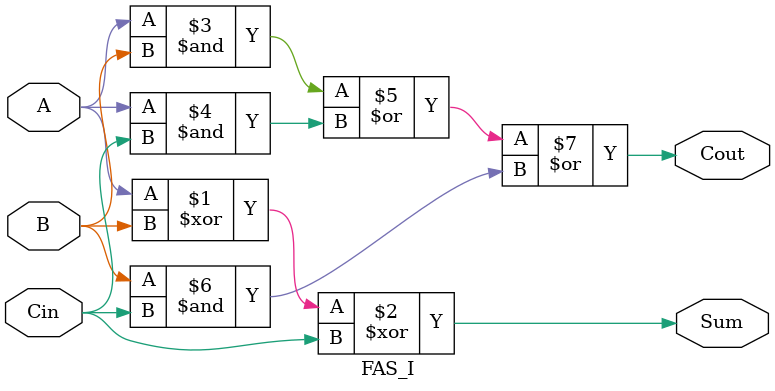
<source format=v>
`timescale 1ns / 1ps
module FAS(A,B,S,Sum,Cout
    );
input [7:0]A,B;
input S;
output [7:0]Sum;
output Cout;
wire [6:0]C;
wire [7:0]z;

assign z[0] = B[0]^S;
assign z[1] = B[1]^S;
assign z[2] = B[2]^S;
assign z[3] = B[3]^S;
assign z[4] = B[4]^S;
assign z[5] = B[5]^S;
assign z[6] = B[6]^S;
assign z[7] = B[7]^S;
FAS_I F0 (A[0],z[0],S,Sum[0],C[0]);
FAS_I F1 (A[1],z[1],C[0],Sum[1],C[1]);
FAS_I F2 (A[2],z[2],C[1],Sum[2],C[2]);
FAS_I F3 (A[3],z[3],C[2],Sum[3],C[3]);
FAS_I F4 (A[4],z[4],C[3],Sum[4],C[4]);
FAS_I F5 (A[5],z[5],C[4],Sum[5],C[5]);
FAS_I F6 (A[6],z[6],C[5],Sum[6],C[6]);
FAS_I F7 (A[7],z[7],C[6],Sum[7],Cout);
endmodule

module FAS_I(A,B,Cin,Sum,Cout);
input A,B,Cin;
output Sum, Cout;
assign Sum = A^B^Cin;
assign Cout = A&B|A&Cin|B&Cin ;
endmodule

</source>
